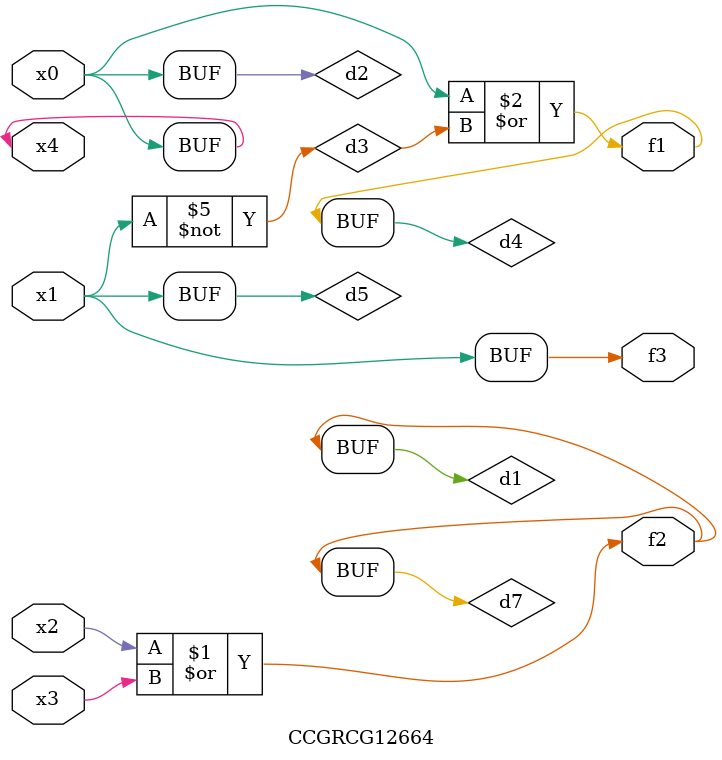
<source format=v>
module CCGRCG12664(
	input x0, x1, x2, x3, x4,
	output f1, f2, f3
);

	wire d1, d2, d3, d4, d5, d6, d7;

	or (d1, x2, x3);
	buf (d2, x0, x4);
	not (d3, x1);
	or (d4, d2, d3);
	not (d5, d3);
	nand (d6, d1, d3);
	or (d7, d1);
	assign f1 = d4;
	assign f2 = d7;
	assign f3 = d5;
endmodule

</source>
